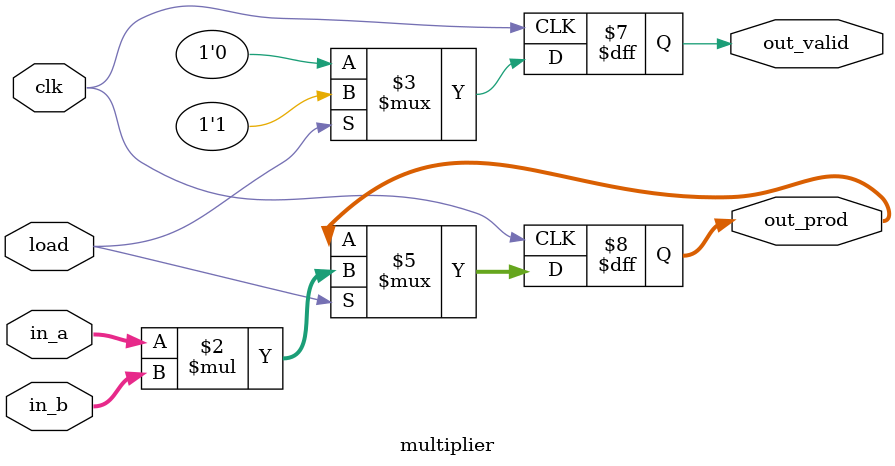
<source format=v>

`define DSP_CALC

module bldc
    #(parameter START = 0, parameter DIVIDER = 1000, parameter FEEDBACK_DIVIDER = 16, parameter TLEN_BITS = 6, parameter TDEPTH_BITS = 8, parameter PWMMODE = 0, parameter SINE_TBL = "sine.mem")
     (
         input clk,
         input enable,
         input [7:0] mode,
         input signed [15:0] velocity,
         input signed [15:0] offset,
         input [15:0] feedback,
         output en,
         output u_p,
         output v_p,
         output w_p,
         output u_n,
         output v_n,
         output w_n
     );

    assign en = enable;

    localparam TLEN = (1<<(TLEN_BITS));
    localparam TMAX = TLEN / 4;
    localparam TOFF_V = TLEN / 3 - 1;
    localparam TOFF_W = TLEN / 3 * 2 - 1;

    reg direction = 0;
    reg [7:0] voltage = 0;
    reg [TLEN_BITS-1:0] tpos_u = 0;
    reg [TLEN_BITS-1:0] tpos_v = 0;
    reg [TLEN_BITS-1:0] tpos_w = 0;
    reg signed [7:0] tangle = 0;

    reg [31:0] clk_cnt = 0;
    reg [7:0] dty_u = 0;
    reg [7:0] dty_v = 0;
    reg [7:0] dty_w = 0;

    reg [31:0] counter = 0;
    reg pwmclk = 0;
    always @(posedge clk) begin
        if (counter == 0) begin
            counter <= DIVIDER;
            pwmclk <= ~pwmclk;
        end else begin
            counter <= counter - 1;
        end
    end

    always@ (posedge(clk)) begin
        if (mode == 1) begin
            // position mode (no feedback)
            tpos_u <= offset;
            tpos_v <= offset + TOFF_V;
            tpos_w <= offset + TOFF_W;
        end else begin
            if (mode == 2) begin
                // calibration mode (to find offset)
                tangle <= 0;
            end else if (velocity > 0) begin
                tangle <= TMAX;
            end else if (velocity < 0) begin
                tangle <= -TMAX;
            end else begin
                tangle <= 0;
            end
            tpos_u <= (feedback / FEEDBACK_DIVIDER) + offset + tangle;
            tpos_v <= (feedback / FEEDBACK_DIVIDER) + offset + tangle + TOFF_V;
            tpos_w <= (feedback / FEEDBACK_DIVIDER) + offset + tangle + TOFF_W;
        end
        if (velocity > 0) begin
            voltage <= velocity;
        end else if (velocity < 0) begin
            voltage <= -velocity;
        end else begin
            voltage <= 0;
        end
    end


    reg [TDEPTH_BITS-1:0] sine_tbl [0:TLEN-1];
    initial begin
        $readmemh(SINE_TBL, sine_tbl);
    end

    reg [7:0] calc_stat = 0;
    reg [7:0] in_a = 0;
    reg [7:0] in_b = 0;
    reg load = 0;
    wire out_valid;
    wire [15:0] out_prod;
    multiplier multiplier0 (
      .clk (clk),
      .in_a (in_a),
      .in_b (in_b),
      .load (load),
      .out_valid (out_valid),
      .out_prod (out_prod)
    );
    always@ (posedge(clk)) begin
        // do serial calculation to not use DSP blocks
        // dty_u <= sine_tbl[tpos_u] * voltage / 100;
        // dty_v <= sine_tbl[tpos_v] * voltage / 100;
        // dty_w <= sine_tbl[tpos_w] * voltage / 100;
        if (load == 0) begin
            if (calc_stat == 0) begin
                in_a <= sine_tbl[tpos_u];
                in_b <= voltage;
                load <= 1;
            end else if (calc_stat == 1) begin
                in_a <= sine_tbl[tpos_v];
                in_b <= voltage;
                load <= 1;
            end else if (calc_stat == 2) begin
                in_a <= sine_tbl[tpos_w];
                in_b <= voltage;
                load <= 1;
            end
        end else if (out_valid == 1) begin
            load <= 0;
            if (calc_stat == 0) begin
                calc_stat <= 1;
                dty_u <= out_prod / 100;
            end else if (calc_stat == 1) begin
                calc_stat <= 2;
                dty_v <= out_prod / 100;
            end else if (calc_stat == 2) begin
                calc_stat <= 0;
                dty_w <= out_prod / 100;
            end
        end
    end

    wire u;
    wire v;
    wire w;

    if (PWMMODE == 1) begin
        assign u_p = u & enable & (sine_tbl[tpos_u] > 195);
        assign v_p = v & enable & (sine_tbl[tpos_v] > 195);
        assign w_p = w & enable & (sine_tbl[tpos_w] > 195);
        assign u_n = enable & (sine_tbl[tpos_u] < 65);
        assign v_n = enable & (sine_tbl[tpos_v] < 65);
        assign w_n = enable & (sine_tbl[tpos_w] < 65);
    end else if (PWMMODE == 2) begin
        assign u_p = u & enable & (sine_tbl[tpos_u] > 195);
        assign v_p = v & enable & (sine_tbl[tpos_v] > 195);
        assign w_p = w & enable & (sine_tbl[tpos_w] > 195);
        assign u_n = ~u & enable & (sine_tbl[tpos_u] < 65);
        assign v_n = ~v & enable & (sine_tbl[tpos_v] < 65);
        assign w_n = ~w & enable & (sine_tbl[tpos_w] < 65);
    end else if (PWMMODE == 3) begin
        assign u_p = u & enable & (sine_tbl[tpos_u] > 195);
        assign v_p = v & enable & (sine_tbl[tpos_v] > 195);
        assign w_p = w & enable & (sine_tbl[tpos_w] > 195);
        assign u_n = enable & ((sine_tbl[tpos_u] < 65) | ~u_p & (sine_tbl[tpos_u] > 195));
        assign v_n = enable & ((sine_tbl[tpos_v] < 65) | ~v_p & (sine_tbl[tpos_v] > 195));
        assign w_n = enable & ((sine_tbl[tpos_w] < 65) | ~w_p & (sine_tbl[tpos_w] > 195));
    end else begin
        assign u_p = u & enable;
        assign v_p = v & enable;
        assign w_p = w & enable;
        assign u_n = ~u & enable;
        assign v_n = ~v & enable;
        assign w_n = ~w & enable;
    end

    sine_pwm sine_pwm_u (
      .clk (pwmclk),
      .dty (dty_u),
      .pwm (u)
    );

    sine_pwm sine_pwm_v (
      .clk (pwmclk),
      .dty (dty_v),
      .pwm (v)
    );

    sine_pwm sine_pwm_w (
      .clk (pwmclk),
      .dty (dty_w),
      .pwm (w)
    );

endmodule

module sine_pwm
    #(parameter DIVIDER = 255)
     (
         input clk,
         input [7:0] dty,
         output pwm
     );

    reg pulse = 0;
    assign pwm = pulse;
    reg [8:0] counter = 8'd0;
    always @ (posedge clk) begin
        if (dty != 0) begin
            counter <= counter + 1;
            if (counter == DIVIDER) begin
                pulse <= 1'd1;
                counter <= 32'd0;
            end else if (counter >= dty) begin
                pulse <= 1'd0;
            end
        end else begin
            pulse <= 1'd0;
        end
    end
endmodule

`ifdef DSP_CALC

module multiplier
    (
        input [7:0] in_a,
        input [7:0] in_b,
        input clk,
        input load,
        output reg out_valid,
        output reg [15:0] out_prod
    );

    always @ (posedge clk) begin
        out_valid <= 1'b0;
        if (load) begin
            out_prod <= in_a * in_b;
            out_valid <= 1'b1;
        end
    end
endmodule

`else

module multiplier
    (
        input [7:0] in_a,
        input [7:0] in_b,
        input clk,
        input load,
        output reg out_valid,
        output reg [15:0] out_prod
    );

    reg [15:0] p1 = 0;
    reg [15:0] p2 = 0;
    reg [15:0] p3 = 0;
    reg [15:0] p4 = 0;
    reg [15:0] p5 = 0;
    reg [15:0] p6 = 0;
    reg [15:0] p7 = 0;
    reg [15:0] p8 = 0;
    wire [15:0] temp_prod;
    assign temp_prod = {8'b0, in_b};

    always @ (posedge clk) begin
        out_valid <= 1'b0;
        if (load) begin
              if (in_a[0]) begin
                 p1 <= temp_prod;
              end else begin
                 p1 <= 8'b0;
              end
              if (in_a[1]) begin
                 p2 <= temp_prod << 1;
              end else begin
                 p2 <= 8'b0;
              end
              if (in_a[2]) begin
                 p3 <= temp_prod << 2;
              end else begin
                 p3 <= 8'b0;
              end
              if (in_a[3]) begin
                 p4 <= temp_prod << 3;
              end else begin
                 p4 <= 8'b0;
              end
              if (in_a[4]) begin
                 p5 <= temp_prod << 4;
              end else begin
                 p5 <= 8'b0;
              end
              if (in_a[5]) begin
                 p6 <= temp_prod << 5;
              end else begin
                 p6 <= 8'b0;
              end
              if (in_a[6]) begin
                 p7 <= temp_prod << 6;
              end else begin
                 p7 <= 8'b0;
              end
              if (in_a[7]) begin
                 p8 <= temp_prod << 7;
              end else begin
                 p8 <= 8'b0;
              end
              out_prod <= p1 + p2 + p3 + p4 + p5 + p6 + p7 + p8;
              out_valid <= 1'b1;
        end
    end
endmodule

`endif

</source>
